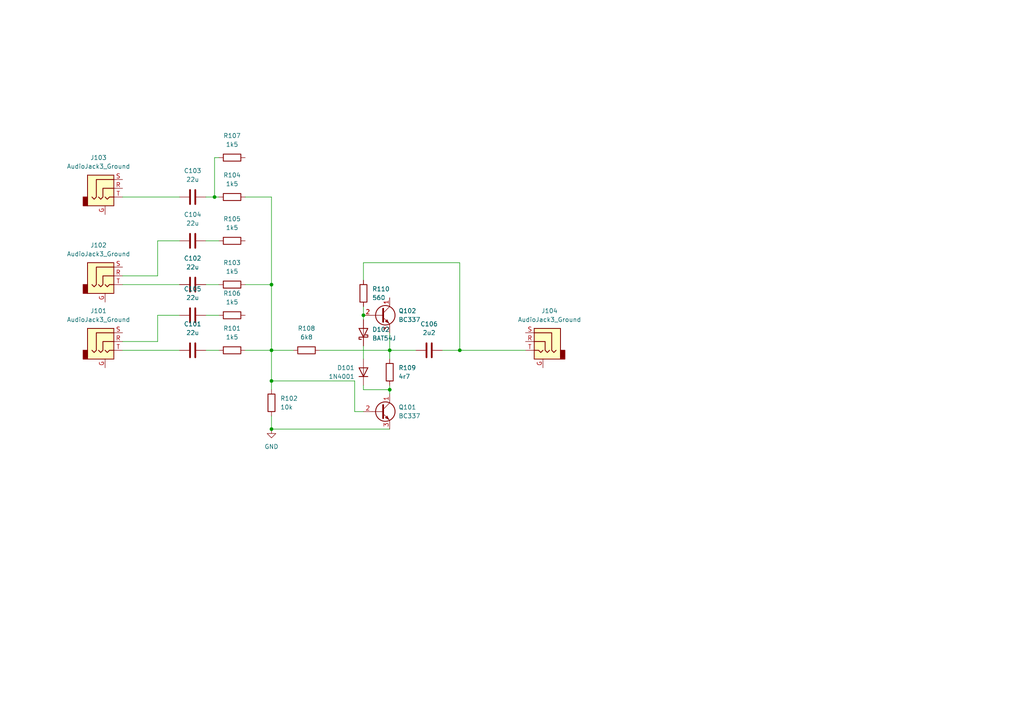
<source format=kicad_sch>
(kicad_sch (version 20250114) (generator "eeschema") (generator_version "9.0")
  (paper "A4")
  (lib_symbols
    (symbol "Connector_Audio:AudioJack3_Ground"
      (property "Reference" "J" (at 0 8.89 0))
      (property "Value" "AudioJack3_Ground" (at 0 6.35 0))
      (symbol "AudioJack3_Ground_0_1"
        (rectangle (start -5.08 -2.54) (end -6.35 -5.08) (stroke (width 0.254)) (fill (type outline)))
        (polyline (pts (xy -1.905 -2.54) (xy -1.27 -3.175) (xy -0.635 -2.54) (xy -0.635 0) (xy 2.54 0)) (stroke (width 0.254)))
        (polyline (pts (xy 0 -2.54) (xy 0.635 -3.175) (xy 1.27 -2.54) (xy 2.54 -2.54)) (stroke (width 0.254)))
        (rectangle (start 2.54 3.81) (end -5.08 -5.08) (stroke (width 0.254)) (fill (type background)))
        (polyline (pts (xy 2.54 2.54) (xy -2.54 2.54) (xy -2.54 -2.54) (xy -3.175 -3.175) (xy -3.81 -2.54)) (stroke (width 0.254)))
      )
      (symbol "AudioJack3_Ground_1_1"
        (pin passive line (at 0 -7.62 90) (length 2.54) (name "~") (number "G"))
        (pin passive line (at 5.08 2.54 180) (length 2.54) (name "~") (number "S"))
        (pin passive line (at 5.08 0 180) (length 2.54) (name "~") (number "R"))
        (pin passive line (at 5.08 -2.54 180) (length 2.54) (name "~") (number "T"))
      )
    )
    (symbol "Device:C" (pin_numbers (hide yes)) (pin_names (offset 0.254))
      (property "Reference" "C" (at 0.635 2.54 0))
      (property "Value" "C" (at 0.635 -2.54 0))
      (symbol "C_0_1"
        (polyline (pts (xy -2.032 0.762) (xy 2.032 0.762)) (stroke (width 0.508)))
        (polyline (pts (xy -2.032 -0.762) (xy 2.032 -0.762)) (stroke (width 0.508)))
      )
      (symbol "C_1_1"
        (pin passive line (at 0 3.81 270) (length 2.794) (name "~") (number "1"))
        (pin passive line (at 0 -3.81 90) (length 2.794) (name "~") (number "2"))
      )
    )
    (symbol "Device:R" (pin_numbers (hide yes)) (pin_names (offset 0))
      (property "Reference" "R" (at 2.032 0 90))
      (property "Value" "R" (at 0 0 90))
      (symbol "R_0_1"
        (rectangle (start -1.016 -2.54) (end 1.016 2.54) (stroke (width 0.254)))
      )
      (symbol "R_1_1"
        (pin passive line (at 0 3.81 270) (length 1.27) (name "~") (number "1"))
        (pin passive line (at 0 -3.81 90) (length 1.27) (name "~") (number "2"))
      )
    )
    (symbol "Diode:1N4001" (pin_numbers (hide yes)) (pin_names (hide yes))
      (property "Reference" "D" (at 0 2.54 0))
      (property "Value" "1N4001" (at 0 -2.54 0))
      (symbol "1N4001_0_1"
        (polyline (pts (xy -1.27 1.27) (xy -1.27 -1.27)) (stroke (width 0.254)))
        (polyline (pts (xy 1.27 1.27) (xy 1.27 -1.27) (xy -1.27 0) (xy 1.27 1.27)) (stroke (width 0.254)))
        (polyline (pts (xy 1.27 0) (xy -1.27 0)))
      )
      (symbol "1N4001_1_1"
        (pin passive line (at -3.81 0 0) (length 2.54) (name "K") (number "1"))
        (pin passive line (at 3.81 0 180) (length 2.54) (name "A") (number "2"))
      )
    )
    (symbol "Diode:BAT54J" (pin_numbers (hide yes)) (pin_names (offset 1.016) (hide yes))
      (property "Reference" "D" (at 0 2.54 0))
      (property "Value" "BAT54J" (at 0 -2.54 0))
      (symbol "BAT54J_0_1"
        (polyline (pts (xy -1.905 0.635) (xy -1.905 1.27) (xy -1.27 1.27) (xy -1.27 -1.27) (xy -0.635 -1.27) (xy -0.635 -0.635)) (stroke (width 0.254)))
        (polyline (pts (xy 1.27 1.27) (xy 1.27 -1.27) (xy -1.27 0) (xy 1.27 1.27)) (stroke (width 0.254)))
        (polyline (pts (xy 1.27 0) (xy -1.27 0)))
      )
      (symbol "BAT54J_1_1"
        (pin passive line (at -3.81 0 0) (length 2.54) (name "K") (number "1"))
        (pin passive line (at 3.81 0 180) (length 2.54) (name "A") (number "2"))
      )
    )
    (symbol "Transistor_BJT:BC337" (pin_names (offset 0) (hide yes))
      (property "Reference" "Q" (at 5.08 1.905 0))
      (property "Value" "BC337" (at 5.08 0 0))
      (symbol "BC337_0_1"
        (polyline (pts (xy -2.54 0) (xy 0.635 0)))
        (polyline (pts (xy 0.635 1.905) (xy 0.635 -1.905)) (stroke (width 0.508)))
        (circle (center 1.27 0) (radius 2.8194) (stroke (width 0.254)))
      )
      (symbol "BC337_1_1"
        (polyline (pts (xy 0.635 0.635) (xy 2.54 2.54)))
        (polyline (pts (xy 0.635 -0.635) (xy 2.54 -2.54)))
        (polyline (pts (xy 1.27 -1.778) (xy 1.778 -1.27) (xy 2.286 -2.286) (xy 1.27 -1.778)) (fill (type outline)))
        (pin input line (at -5.08 0 0) (length 2.54) (name "B") (number "2"))
        (pin passive line (at 2.54 5.08 270) (length 2.54) (name "C") (number "1"))
        (pin passive line (at 2.54 -5.08 90) (length 2.54) (name "E") (number "3"))
      )
    )
    (symbol "power:GND" (power) (pin_numbers (hide yes)) (pin_names (offset 0) (hide yes))
      (property "Value" "GND" (at 0 -3.81 0))
      (symbol "GND_0_1"
        (polyline (pts (xy 0 0) (xy 0 -1.27) (xy 1.27 -1.27) (xy 0 -2.54) (xy -1.27 -1.27) (xy 0 -1.27)))
      )
      (symbol "GND_1_1"
        (pin power_in line (at 0 0 270) (length 0) (name "~") (number "1"))
      )
    )
  )
  (junction (at 105.41 91.44))
  (junction (at 78.74 124.46))
  (junction (at 113.03 113.03))
  (junction (at 78.74 110.49))
  (junction (at 78.74 101.6))
  (junction (at 78.74 82.55))
  (junction (at 62.23 57.15))
  (junction (at 133.35 101.6))
  (junction (at 113.03 101.6))
  (wire (pts (xy 35.56 101.6) (xy 52.07 101.6)))
  (wire (pts (xy 105.41 92.71) (xy 105.41 91.44)))
  (wire (pts (xy 105.41 76.2) (xy 105.41 81.28)))
  (wire (pts (xy 78.74 57.15) (xy 78.74 82.55)))
  (wire (pts (xy 133.35 101.6) (xy 128.27 101.6)))
  (wire (pts (xy 78.74 57.15) (xy 71.12 57.15)))
  (wire (pts (xy 78.74 110.49) (xy 102.87 110.49)))
  (wire (pts (xy 35.56 82.55) (xy 52.07 82.55)))
  (wire (pts (xy 59.69 82.55) (xy 63.5 82.55)))
  (wire (pts (xy 102.87 119.38) (xy 102.87 110.49)))
  (wire (pts (xy 35.56 80.01) (xy 45.72 80.01)))
  (wire (pts (xy 85.09 101.6) (xy 78.74 101.6)))
  (wire (pts (xy 78.74 101.6) (xy 78.74 110.49)))
  (wire (pts (xy 105.41 119.38) (xy 102.87 119.38)))
  (wire (pts (xy 59.69 101.6) (xy 63.5 101.6)))
  (wire (pts (xy 78.74 120.65) (xy 78.74 124.46)))
  (wire (pts (xy 92.71 101.6) (xy 113.03 101.6)))
  (wire (pts (xy 71.12 101.6) (xy 78.74 101.6)))
  (wire (pts (xy 113.03 101.6) (xy 113.03 96.52)))
  (wire (pts (xy 63.5 45.72) (xy 62.23 45.72)))
  (wire (pts (xy 113.03 124.46) (xy 78.74 124.46)))
  (wire (pts (xy 133.35 101.6) (xy 152.4 101.6)))
  (wire (pts (xy 45.72 99.06) (xy 45.72 91.44)))
  (wire (pts (xy 113.03 111.76) (xy 113.03 113.03)))
  (wire (pts (xy 71.12 82.55) (xy 78.74 82.55)))
  (wire (pts (xy 35.56 57.15) (xy 52.07 57.15)))
  (wire (pts (xy 133.35 101.6) (xy 133.35 76.2)))
  (wire (pts (xy 133.35 76.2) (xy 105.41 76.2)))
  (wire (pts (xy 105.41 100.33) (xy 105.41 104.14)))
  (wire (pts (xy 105.41 111.76) (xy 105.41 113.03)))
  (wire (pts (xy 113.03 104.14) (xy 113.03 101.6)))
  (wire (pts (xy 59.69 91.44) (xy 63.5 91.44)))
  (wire (pts (xy 113.03 113.03) (xy 113.03 114.3)))
  (wire (pts (xy 45.72 69.85) (xy 52.07 69.85)))
  (wire (pts (xy 120.65 101.6) (xy 113.03 101.6)))
  (wire (pts (xy 62.23 45.72) (xy 62.23 57.15)))
  (wire (pts (xy 45.72 91.44) (xy 52.07 91.44)))
  (wire (pts (xy 78.74 113.03) (xy 78.74 110.49)))
  (wire (pts (xy 62.23 57.15) (xy 63.5 57.15)))
  (wire (pts (xy 59.69 69.85) (xy 63.5 69.85)))
  (wire (pts (xy 45.72 80.01) (xy 45.72 69.85)))
  (wire (pts (xy 78.74 82.55) (xy 78.74 101.6)))
  (wire (pts (xy 105.41 88.9) (xy 105.41 91.44)))
  (wire (pts (xy 35.56 99.06) (xy 45.72 99.06)))
  (wire (pts (xy 105.41 113.03) (xy 113.03 113.03)))
  (wire (pts (xy 59.69 57.15) (xy 62.23 57.15)))
  (symbol (lib_id "Transistor_BJT:BC337") (at 110.49 91.44 0) (unit 1)
    (property "Reference" "Q102" (at 115.57 90.1699 0) (effects (justify left)))
    (property "Value" "BC337" (at 115.57 92.7099 0) (effects (justify left)))
    (property "Footprint" "Package_TO_SOT_THT:TO-92_Inline" (effects (hide yes)))
    (property "Datasheet" "https://diotec.com/tl_files/diotec/files/pdf/datasheets/bc337.pdf" (effects (hide yes)))
    (property "Description" "0.8A Ic, 45V Vce, NPN Transistor, TO-92" (effects (hide yes)))
  )
  (symbol (lib_id "Device:R") (at 78.74 116.84 180) (unit 1)
    (property "Reference" "R102" (at 81.28 115.5699 0) (effects (justify right)))
    (property "Value" "10k" (at 81.28 118.1099 0) (effects (justify right)))
    (property "Description" "Resistor" (effects (hide yes)))
  )
  (symbol (lib_id "Connector_Audio:AudioJack3_Ground") (at 30.48 99.06 0) (unit 1)
    (property "Reference" "J101" (at 28.575 90.17 0))
    (property "Value" "AudioJack3_Ground" (at 28.575 92.71 0))
    (property "Description" "Audio Jack, 3 Poles (Stereo / TRS), Grounded Sleeve" (effects (hide yes)))
  )
  (symbol (lib_id "Device:C") (at 55.88 57.15 90) (unit 1)
    (property "Reference" "C103" (at 55.88 49.53 90))
    (property "Value" "22u" (at 55.88 52.07 90))
    (property "Description" "Unpolarized capacitor" (effects (hide yes)))
  )
  (symbol (lib_id "Device:R") (at 67.31 45.72 90) (unit 1)
    (property "Reference" "R107" (at 67.31 39.37 90))
    (property "Value" "1k5" (at 67.31 41.91 90))
    (property "Description" "Resistor" (effects (hide yes)))
  )
  (symbol (lib_id "Device:R") (at 113.03 107.95 180) (unit 1)
    (property "Reference" "R109" (at 115.57 106.6799 0) (effects (justify right)))
    (property "Value" "4r7" (at 115.57 109.2199 0) (effects (justify right)))
    (property "Description" "Resistor" (effects (hide yes)))
  )
  (symbol (lib_id "Device:C") (at 55.88 101.6 90) (unit 1)
    (property "Reference" "C101" (at 55.88 93.98 90))
    (property "Value" "22u" (at 55.88 96.52 90))
    (property "Description" "Unpolarized capacitor" (effects (hide yes)))
  )
  (symbol (lib_id "power:GND") (at 78.74 124.46 0) (unit 1)
    (property "Reference" "#PWR0101" (effects (hide yes)))
    (property "Value" "GND" (at 78.74 129.54 0))
    (property "Description" "Power symbol creates a global label with name \"GND\" , ground" (effects (hide yes)))
  )
  (symbol (lib_id "Device:R") (at 67.31 101.6 90) (unit 1)
    (property "Reference" "R101" (at 67.31 95.25 90))
    (property "Value" "1k5" (at 67.31 97.79 90))
    (property "Description" "Resistor" (effects (hide yes)))
  )
  (symbol (lib_id "Connector_Audio:AudioJack3_Ground") (at 157.48 99.06 0) (mirror y) (unit 1)
    (property "Reference" "J104" (at 159.385 90.17 0))
    (property "Value" "AudioJack3_Ground" (at 159.385 92.71 0))
    (property "Description" "Audio Jack, 3 Poles (Stereo / TRS), Grounded Sleeve" (effects (hide yes)))
  )
  (symbol (lib_id "Diode:BAT54J") (at 105.41 96.52 90) (unit 1)
    (property "Reference" "D102" (at 107.95 95.5674 90) (effects (justify right)))
    (property "Value" "BAT54J" (at 107.95 98.1074 90) (effects (justify right)))
    (property "Footprint" "Diode_SMD:D_SOD-323F" (effects (hide yes)))
    (property "Datasheet" "https://assets.nexperia.com/documents/data-sheet/BAT54J.pdf" (effects (hide yes)))
    (property "Description" "30V 200mA Schottky diode, SOD-323F" (effects (hide yes)))
  )
  (symbol (lib_id "Device:R") (at 105.41 85.09 180) (unit 1)
    (property "Reference" "R110" (at 107.95 83.8199 0) (effects (justify right)))
    (property "Value" "560" (at 107.95 86.3599 0) (effects (justify right)))
    (property "Description" "Resistor" (effects (hide yes)))
  )
  (symbol (lib_id "Device:C") (at 55.88 91.44 90) (unit 1)
    (property "Reference" "C105" (at 55.88 83.82 90))
    (property "Value" "22u" (at 55.88 86.36 90))
    (property "Description" "Unpolarized capacitor" (effects (hide yes)))
  )
  (symbol (lib_id "Diode:1N4001") (at 105.41 107.95 270) (mirror x) (unit 1)
    (property "Reference" "D101" (at 102.87 106.6799 90) (effects (justify right)))
    (property "Value" "1N4001" (at 102.87 109.2199 90) (effects (justify right)))
    (property "Footprint" "Diode_THT:D_DO-41_SOD81_P10.16mm_Horizontal" (effects (hide yes)))
    (property "Datasheet" "http://www.vishay.com/docs/88503/1n4001.pdf" (effects (hide yes)))
    (property "Description" "50V 1A General Purpose Rectifier Diode, DO-41" (effects (hide yes)))
    (property "Sim.Device" "D" (effects (hide yes)))
    (property "Sim.Pins" "1=K 2=A" (effects (hide yes)))
  )
  (symbol (lib_id "Device:C") (at 55.88 82.55 90) (unit 1)
    (property "Reference" "C102" (at 55.88 74.93 90))
    (property "Value" "22u" (at 55.88 77.47 90))
    (property "Description" "Unpolarized capacitor" (effects (hide yes)))
  )
  (symbol (lib_id "Device:C") (at 124.46 101.6 90) (unit 1)
    (property "Reference" "C106" (at 124.46 93.98 90))
    (property "Value" "2u2" (at 124.46 96.52 90))
    (property "Description" "Unpolarized capacitor" (effects (hide yes)))
  )
  (symbol (lib_id "Device:R") (at 67.31 57.15 90) (unit 1)
    (property "Reference" "R104" (at 67.31 50.8 90))
    (property "Value" "1k5" (at 67.31 53.34 90))
    (property "Description" "Resistor" (effects (hide yes)))
  )
  (symbol (lib_id "Device:R") (at 67.31 82.55 90) (unit 1)
    (property "Reference" "R103" (at 67.31 76.2 90))
    (property "Value" "1k5" (at 67.31 78.74 90))
    (property "Description" "Resistor" (effects (hide yes)))
  )
  (symbol (lib_id "Connector_Audio:AudioJack3_Ground") (at 30.48 54.61 0) (unit 1)
    (property "Reference" "J103" (at 28.575 45.72 0))
    (property "Value" "AudioJack3_Ground" (at 28.575 48.26 0))
    (property "Description" "Audio Jack, 3 Poles (Stereo / TRS), Grounded Sleeve" (effects (hide yes)))
  )
  (symbol (lib_id "Device:C") (at 55.88 69.85 90) (unit 1)
    (property "Reference" "C104" (at 55.88 62.23 90))
    (property "Value" "22u" (at 55.88 64.77 90))
    (property "Description" "Unpolarized capacitor" (effects (hide yes)))
  )
  (symbol (lib_id "Device:R") (at 67.31 69.85 90) (unit 1)
    (property "Reference" "R105" (at 67.31 63.5 90))
    (property "Value" "1k5" (at 67.31 66.04 90))
    (property "Description" "Resistor" (effects (hide yes)))
  )
  (symbol (lib_id "Connector_Audio:AudioJack3_Ground") (at 30.48 80.01 0) (unit 1)
    (property "Reference" "J102" (at 28.575 71.12 0))
    (property "Value" "AudioJack3_Ground" (at 28.575 73.66 0))
    (property "Description" "Audio Jack, 3 Poles (Stereo / TRS), Grounded Sleeve" (effects (hide yes)))
  )
  (symbol (lib_id "Device:R") (at 67.31 91.44 90) (unit 1)
    (property "Reference" "R106" (at 67.31 85.09 90))
    (property "Value" "1k5" (at 67.31 87.63 90))
    (property "Description" "Resistor" (effects (hide yes)))
  )
  (symbol (lib_id "Transistor_BJT:BC337") (at 110.49 119.38 0) (unit 1)
    (property "Reference" "Q101" (at 115.57 118.1099 0) (effects (justify left)))
    (property "Value" "BC337" (at 115.57 120.6499 0) (effects (justify left)))
    (property "Footprint" "Package_TO_SOT_THT:TO-92_Inline" (effects (hide yes)))
    (property "Datasheet" "https://diotec.com/tl_files/diotec/files/pdf/datasheets/bc337.pdf" (effects (hide yes)))
    (property "Description" "0.8A Ic, 45V Vce, NPN Transistor, TO-92" (effects (hide yes)))
  )
  (symbol (lib_id "Device:R") (at 88.9 101.6 90) (unit 1)
    (property "Reference" "R108" (at 88.9 95.25 90))
    (property "Value" "6k8" (at 88.9 97.79 90))
    (property "Description" "Resistor" (effects (hide yes)))
  )
)
</source>
